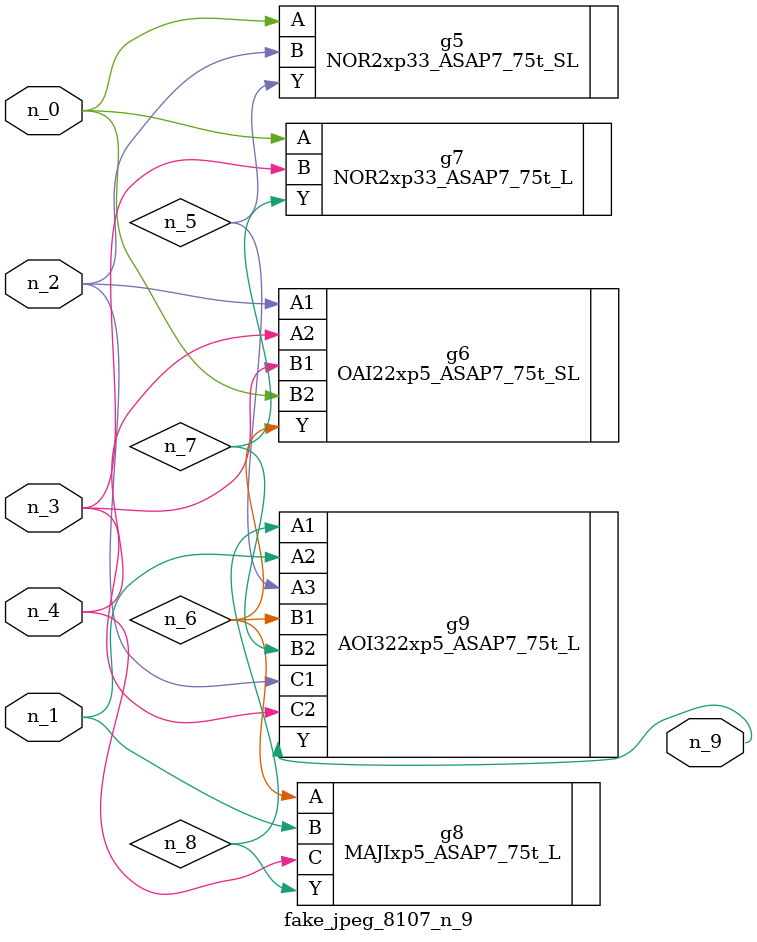
<source format=v>
module fake_jpeg_8107_n_9 (n_3, n_2, n_1, n_0, n_4, n_9);

input n_3;
input n_2;
input n_1;
input n_0;
input n_4;

output n_9;

wire n_8;
wire n_6;
wire n_5;
wire n_7;

NOR2xp33_ASAP7_75t_SL g5 ( 
.A(n_0),
.B(n_2),
.Y(n_5)
);

OAI22xp5_ASAP7_75t_SL g6 ( 
.A1(n_2),
.A2(n_4),
.B1(n_3),
.B2(n_0),
.Y(n_6)
);

NOR2xp33_ASAP7_75t_L g7 ( 
.A(n_0),
.B(n_3),
.Y(n_7)
);

MAJIxp5_ASAP7_75t_L g8 ( 
.A(n_6),
.B(n_1),
.C(n_4),
.Y(n_8)
);

AOI322xp5_ASAP7_75t_L g9 ( 
.A1(n_8),
.A2(n_1),
.A3(n_5),
.B1(n_6),
.B2(n_7),
.C1(n_2),
.C2(n_3),
.Y(n_9)
);


endmodule
</source>
